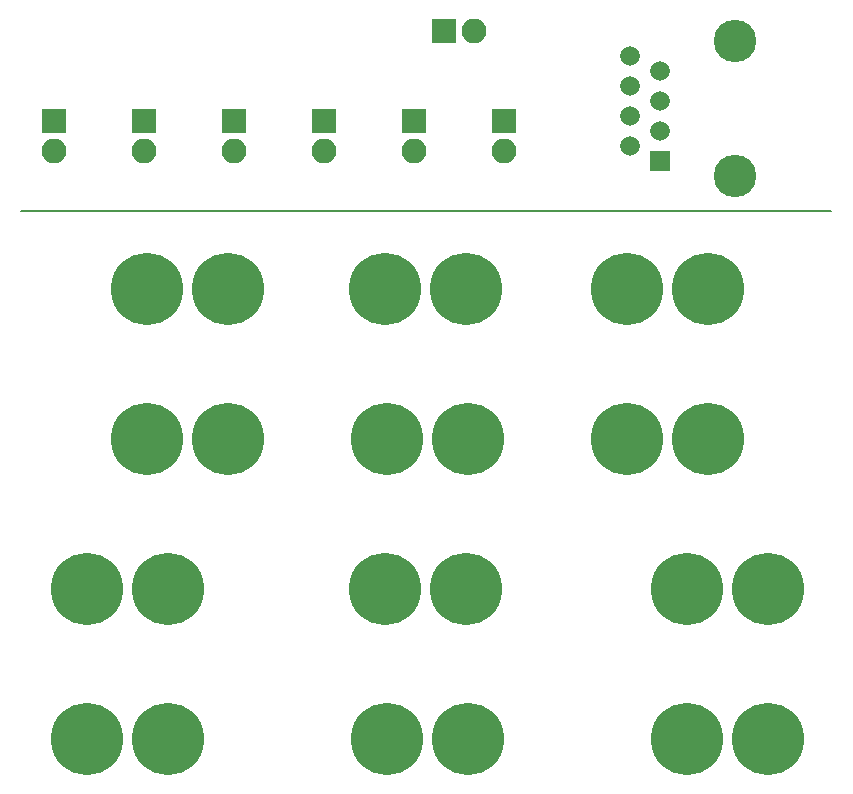
<source format=gbr>
G04 #@! TF.FileFunction,Soldermask,Top*
%FSLAX46Y46*%
G04 Gerber Fmt 4.6, Leading zero omitted, Abs format (unit mm)*
G04 Created by KiCad (PCBNEW 4.0.6) date 01/26/19 15:00:27*
%MOMM*%
%LPD*%
G01*
G04 APERTURE LIST*
%ADD10C,0.100000*%
%ADD11C,0.200000*%
%ADD12R,2.100000X2.100000*%
%ADD13O,2.100000X2.100000*%
%ADD14R,1.668000X1.668000*%
%ADD15C,1.668000*%
%ADD16C,3.600000*%
%ADD17C,6.115000*%
G04 APERTURE END LIST*
D10*
D11*
X177292000Y-81280000D02*
X108712000Y-81280000D01*
D12*
X144526000Y-66040000D03*
D13*
X147066000Y-66040000D03*
D12*
X111506000Y-73660000D03*
D13*
X111506000Y-76200000D03*
D12*
X119126000Y-73660000D03*
D13*
X119126000Y-76200000D03*
D12*
X126746000Y-73660000D03*
D13*
X126746000Y-76200000D03*
D12*
X134366000Y-73660000D03*
D13*
X134366000Y-76200000D03*
D12*
X141986000Y-73660000D03*
D13*
X141986000Y-76200000D03*
D12*
X149606000Y-73660000D03*
D13*
X149606000Y-76200000D03*
D14*
X162814000Y-77089000D03*
D15*
X160274000Y-75819000D03*
X162814000Y-74549000D03*
X160274000Y-73279000D03*
X162814000Y-72009000D03*
X160274000Y-70739000D03*
X162814000Y-69469000D03*
X160274000Y-68199000D03*
D16*
X169164000Y-78359000D03*
X169164000Y-66929000D03*
D17*
X146361150Y-87884000D03*
X139490450Y-87884000D03*
X146361150Y-113284000D03*
X139490450Y-113284000D03*
X165042850Y-113284000D03*
X171913550Y-113284000D03*
X114242850Y-125984000D03*
X121113550Y-125984000D03*
X139642850Y-125984000D03*
X146513550Y-125984000D03*
X165042850Y-125984000D03*
X171913550Y-125984000D03*
X119322850Y-100584000D03*
X126193550Y-100584000D03*
X114242850Y-113284000D03*
X121113550Y-113284000D03*
X159962850Y-100584000D03*
X166833550Y-100584000D03*
X139642850Y-100584000D03*
X146513550Y-100584000D03*
X119322850Y-87884000D03*
X126193550Y-87884000D03*
X159962850Y-87884000D03*
X166833550Y-87884000D03*
M02*

</source>
